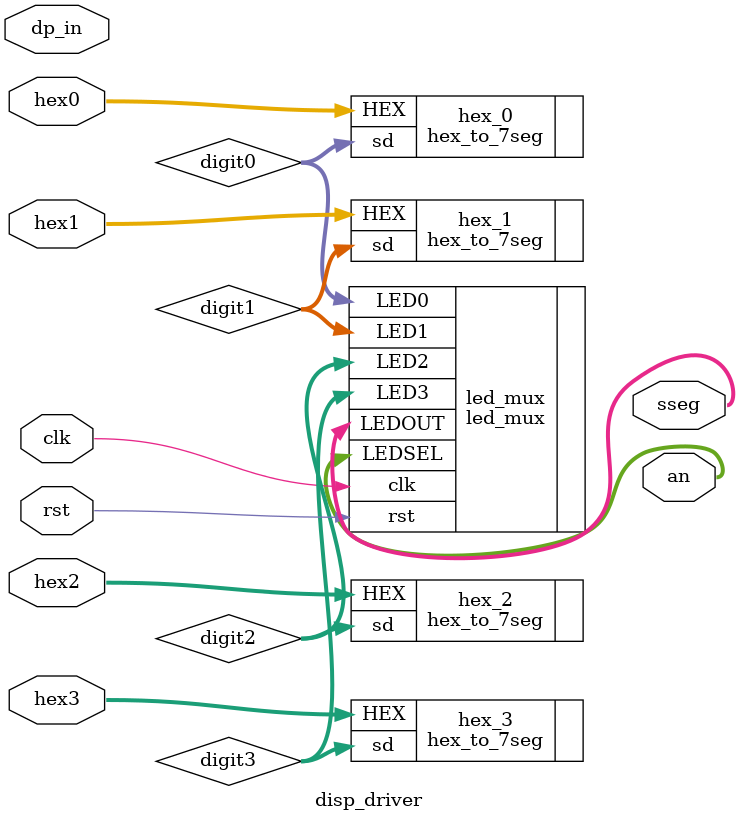
<source format=v>
module disp_driver(
    input clk, rst, 
    input[3:0] hex3, hex2, hex1, hex0, dp_in,
    
    output [1:0] an, 
    output [7:0] sseg
);
  
    wire [7:0] digit0;
    wire [7:0] digit1;
    wire [7:0] digit2;
    wire [7:0] digit3;
    
    hex_to_7seg hex_0 (.HEX(hex0), .sd(digit0));
    hex_to_7seg hex_1 (.HEX(hex1), .sd(digit1));
    hex_to_7seg hex_2 (.HEX(hex2), .sd(digit2));
    hex_to_7seg hex_3 (.HEX(hex3), .sd(digit3));

    led_mux led_mux (
        .clk(clk), .rst(rst), 
        .LED3(digit3), .LED2(digit2), .LED1(digit1), .LED0(digit0),
        .LEDSEL(an), .LEDOUT(sseg)
    );
    


endmodule

</source>
